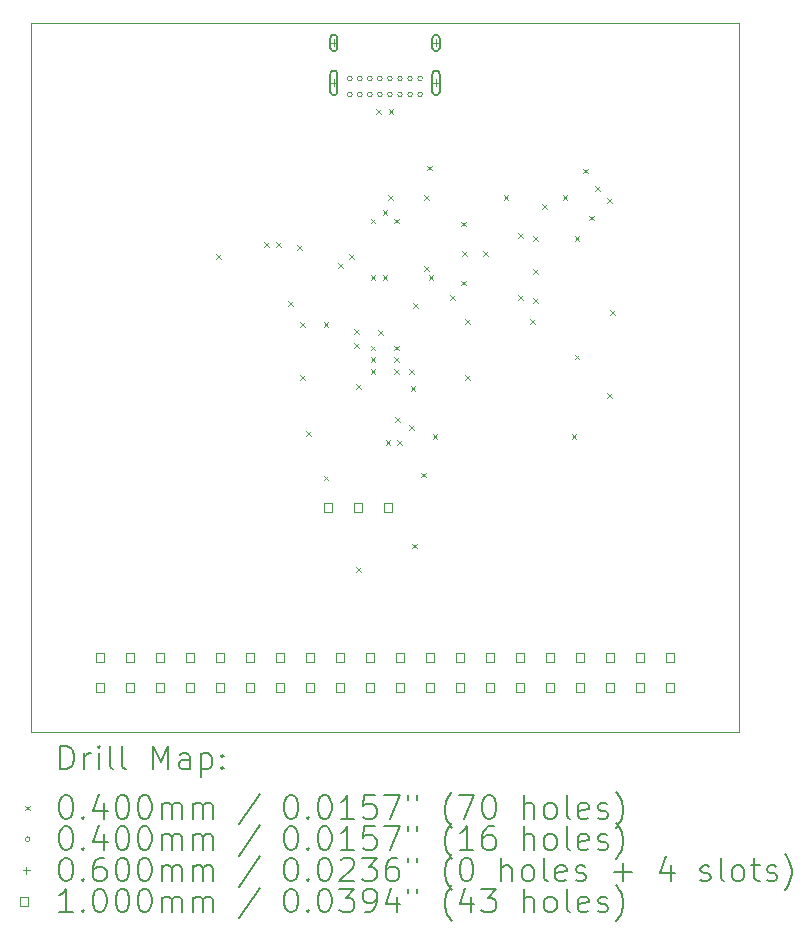
<source format=gbr>
%TF.GenerationSoftware,KiCad,Pcbnew,6.0.7+dfsg-1~bpo11+1*%
%TF.CreationDate,2022-08-19T21:34:26-04:00*%
%TF.ProjectId,iov-rp2040,696f762d-7270-4323-9034-302e6b696361,rev?*%
%TF.SameCoordinates,Original*%
%TF.FileFunction,Drillmap*%
%TF.FilePolarity,Positive*%
%FSLAX45Y45*%
G04 Gerber Fmt 4.5, Leading zero omitted, Abs format (unit mm)*
G04 Created by KiCad (PCBNEW 6.0.7+dfsg-1~bpo11+1) date 2022-08-19 21:34:26*
%MOMM*%
%LPD*%
G01*
G04 APERTURE LIST*
%ADD10C,0.100000*%
%ADD11C,0.200000*%
%ADD12C,0.040000*%
%ADD13C,0.060000*%
G04 APERTURE END LIST*
D10*
X12900000Y-9200000D02*
X18900000Y-9200000D01*
X18900000Y-9200000D02*
X18900000Y-15200000D01*
X18900000Y-15200000D02*
X12900000Y-15200000D01*
X12900000Y-15200000D02*
X12900000Y-9200000D01*
D11*
D12*
X14470000Y-11155000D02*
X14510000Y-11195000D01*
X14510000Y-11155000D02*
X14470000Y-11195000D01*
X14880000Y-11055000D02*
X14920000Y-11095000D01*
X14920000Y-11055000D02*
X14880000Y-11095000D01*
X14980000Y-11055000D02*
X15020000Y-11095000D01*
X15020000Y-11055000D02*
X14980000Y-11095000D01*
X15081000Y-11554000D02*
X15121000Y-11594000D01*
X15121000Y-11554000D02*
X15081000Y-11594000D01*
X15155000Y-11080000D02*
X15195000Y-11120000D01*
X15195000Y-11080000D02*
X15155000Y-11120000D01*
X15180000Y-11730000D02*
X15220000Y-11770000D01*
X15220000Y-11730000D02*
X15180000Y-11770000D01*
X15180000Y-12180000D02*
X15220000Y-12220000D01*
X15220000Y-12180000D02*
X15180000Y-12220000D01*
X15230000Y-12655000D02*
X15270000Y-12695000D01*
X15270000Y-12655000D02*
X15230000Y-12695000D01*
X15380000Y-11730000D02*
X15420000Y-11770000D01*
X15420000Y-11730000D02*
X15380000Y-11770000D01*
X15380000Y-13030000D02*
X15420000Y-13070000D01*
X15420000Y-13030000D02*
X15380000Y-13070000D01*
X15505000Y-11230000D02*
X15545000Y-11270000D01*
X15545000Y-11230000D02*
X15505000Y-11270000D01*
X15595050Y-11155000D02*
X15635050Y-11195000D01*
X15635050Y-11155000D02*
X15595050Y-11195000D01*
X15638795Y-11788468D02*
X15678795Y-11828468D01*
X15678795Y-11788468D02*
X15638795Y-11828468D01*
X15638902Y-11906619D02*
X15678902Y-11946619D01*
X15678902Y-11906619D02*
X15638902Y-11946619D01*
X15655000Y-12255000D02*
X15695000Y-12295000D01*
X15695000Y-12255000D02*
X15655000Y-12295000D01*
X15655000Y-13805000D02*
X15695000Y-13845000D01*
X15695000Y-13805000D02*
X15655000Y-13845000D01*
X15780000Y-10855000D02*
X15820000Y-10895000D01*
X15820000Y-10855000D02*
X15780000Y-10895000D01*
X15780000Y-11330000D02*
X15820000Y-11370000D01*
X15820000Y-11330000D02*
X15780000Y-11370000D01*
X15780000Y-11930000D02*
X15820000Y-11970000D01*
X15820000Y-11930000D02*
X15780000Y-11970000D01*
X15780000Y-12030000D02*
X15820000Y-12070000D01*
X15820000Y-12030000D02*
X15780000Y-12070000D01*
X15780000Y-12130000D02*
X15820000Y-12170000D01*
X15820000Y-12130000D02*
X15780000Y-12170000D01*
X15827500Y-9930000D02*
X15867500Y-9970000D01*
X15867500Y-9930000D02*
X15827500Y-9970000D01*
X15843997Y-11797979D02*
X15883997Y-11837979D01*
X15883997Y-11797979D02*
X15843997Y-11837979D01*
X15880000Y-10780000D02*
X15920000Y-10820000D01*
X15920000Y-10780000D02*
X15880000Y-10820000D01*
X15880000Y-11330000D02*
X15920000Y-11370000D01*
X15920000Y-11330000D02*
X15880000Y-11370000D01*
X15905000Y-12730000D02*
X15945000Y-12770000D01*
X15945000Y-12730000D02*
X15905000Y-12770000D01*
X15930000Y-10655000D02*
X15970000Y-10695000D01*
X15970000Y-10655000D02*
X15930000Y-10695000D01*
X15932500Y-9930000D02*
X15972500Y-9970000D01*
X15972500Y-9930000D02*
X15932500Y-9970000D01*
X15980000Y-10855000D02*
X16020000Y-10895000D01*
X16020000Y-10855000D02*
X15980000Y-10895000D01*
X15980000Y-11930000D02*
X16020000Y-11970000D01*
X16020000Y-11930000D02*
X15980000Y-11970000D01*
X15980000Y-12030000D02*
X16020000Y-12070000D01*
X16020000Y-12030000D02*
X15980000Y-12070000D01*
X15980000Y-12130000D02*
X16020000Y-12170000D01*
X16020000Y-12130000D02*
X15980000Y-12170000D01*
X15987507Y-12533687D02*
X16027507Y-12573687D01*
X16027507Y-12533687D02*
X15987507Y-12573687D01*
X16005000Y-12730000D02*
X16045000Y-12770000D01*
X16045000Y-12730000D02*
X16005000Y-12770000D01*
X16105000Y-12130000D02*
X16145000Y-12170000D01*
X16145000Y-12130000D02*
X16105000Y-12170000D01*
X16105000Y-12605000D02*
X16145000Y-12645000D01*
X16145000Y-12605000D02*
X16105000Y-12645000D01*
X16117576Y-12271279D02*
X16157576Y-12311279D01*
X16157576Y-12271279D02*
X16117576Y-12311279D01*
X16130000Y-13605000D02*
X16170000Y-13645000D01*
X16170000Y-13605000D02*
X16130000Y-13645000D01*
X16141046Y-11567672D02*
X16181046Y-11607672D01*
X16181046Y-11567672D02*
X16141046Y-11607672D01*
X16205000Y-13004950D02*
X16245000Y-13044950D01*
X16245000Y-13004950D02*
X16205000Y-13044950D01*
X16230000Y-10655000D02*
X16270000Y-10695000D01*
X16270000Y-10655000D02*
X16230000Y-10695000D01*
X16230000Y-11255000D02*
X16270000Y-11295000D01*
X16270000Y-11255000D02*
X16230000Y-11295000D01*
X16255000Y-10405000D02*
X16295000Y-10445000D01*
X16295000Y-10405000D02*
X16255000Y-10445000D01*
X16270000Y-11335000D02*
X16310000Y-11375000D01*
X16310000Y-11335000D02*
X16270000Y-11375000D01*
X16305000Y-12680000D02*
X16345000Y-12720000D01*
X16345000Y-12680000D02*
X16305000Y-12720000D01*
X16455000Y-11505000D02*
X16495000Y-11545000D01*
X16495000Y-11505000D02*
X16455000Y-11545000D01*
X16545000Y-10880000D02*
X16585000Y-10920000D01*
X16585000Y-10880000D02*
X16545000Y-10920000D01*
X16545000Y-11380000D02*
X16585000Y-11420000D01*
X16585000Y-11380000D02*
X16545000Y-11420000D01*
X16555000Y-11130000D02*
X16595000Y-11170000D01*
X16595000Y-11130000D02*
X16555000Y-11170000D01*
X16580000Y-11705000D02*
X16620000Y-11745000D01*
X16620000Y-11705000D02*
X16580000Y-11745000D01*
X16580000Y-12180000D02*
X16620000Y-12220000D01*
X16620000Y-12180000D02*
X16580000Y-12220000D01*
X16730000Y-11130000D02*
X16770000Y-11170000D01*
X16770000Y-11130000D02*
X16730000Y-11170000D01*
X16905000Y-10655000D02*
X16945000Y-10695000D01*
X16945000Y-10655000D02*
X16905000Y-10695000D01*
X17030000Y-10980000D02*
X17070000Y-11020000D01*
X17070000Y-10980000D02*
X17030000Y-11020000D01*
X17030000Y-11505000D02*
X17070000Y-11545000D01*
X17070000Y-11505000D02*
X17030000Y-11545000D01*
X17130000Y-11705000D02*
X17170000Y-11745000D01*
X17170000Y-11705000D02*
X17130000Y-11745000D01*
X17155000Y-11005000D02*
X17195000Y-11045000D01*
X17195000Y-11005000D02*
X17155000Y-11045000D01*
X17155000Y-11280000D02*
X17195000Y-11320000D01*
X17195000Y-11280000D02*
X17155000Y-11320000D01*
X17155000Y-11530000D02*
X17195000Y-11570000D01*
X17195000Y-11530000D02*
X17155000Y-11570000D01*
X17230000Y-10730000D02*
X17270000Y-10770000D01*
X17270000Y-10730000D02*
X17230000Y-10770000D01*
X17405000Y-10655000D02*
X17445000Y-10695000D01*
X17445000Y-10655000D02*
X17405000Y-10695000D01*
X17480000Y-12680000D02*
X17520000Y-12720000D01*
X17520000Y-12680000D02*
X17480000Y-12720000D01*
X17505000Y-11005000D02*
X17545000Y-11045000D01*
X17545000Y-11005000D02*
X17505000Y-11045000D01*
X17505000Y-12005000D02*
X17545000Y-12045000D01*
X17545000Y-12005000D02*
X17505000Y-12045000D01*
X17580000Y-10430000D02*
X17620000Y-10470000D01*
X17620000Y-10430000D02*
X17580000Y-10470000D01*
X17630000Y-10830000D02*
X17670000Y-10870000D01*
X17670000Y-10830000D02*
X17630000Y-10870000D01*
X17680000Y-10580000D02*
X17720000Y-10620000D01*
X17720000Y-10580000D02*
X17680000Y-10620000D01*
X17780000Y-10680000D02*
X17820000Y-10720000D01*
X17820000Y-10680000D02*
X17780000Y-10720000D01*
X17780000Y-12330000D02*
X17820000Y-12370000D01*
X17820000Y-12330000D02*
X17780000Y-12370000D01*
X17805000Y-11630000D02*
X17845000Y-11670000D01*
X17845000Y-11630000D02*
X17805000Y-11670000D01*
X15622500Y-9667500D02*
G75*
G03*
X15622500Y-9667500I-20000J0D01*
G01*
X15622500Y-9802500D02*
G75*
G03*
X15622500Y-9802500I-20000J0D01*
G01*
X15707500Y-9667500D02*
G75*
G03*
X15707500Y-9667500I-20000J0D01*
G01*
X15707500Y-9802500D02*
G75*
G03*
X15707500Y-9802500I-20000J0D01*
G01*
X15792500Y-9667500D02*
G75*
G03*
X15792500Y-9667500I-20000J0D01*
G01*
X15792500Y-9802500D02*
G75*
G03*
X15792500Y-9802500I-20000J0D01*
G01*
X15877500Y-9667500D02*
G75*
G03*
X15877500Y-9667500I-20000J0D01*
G01*
X15877500Y-9802500D02*
G75*
G03*
X15877500Y-9802500I-20000J0D01*
G01*
X15962500Y-9667500D02*
G75*
G03*
X15962500Y-9667500I-20000J0D01*
G01*
X15962500Y-9802500D02*
G75*
G03*
X15962500Y-9802500I-20000J0D01*
G01*
X16047500Y-9667500D02*
G75*
G03*
X16047500Y-9667500I-20000J0D01*
G01*
X16047500Y-9802500D02*
G75*
G03*
X16047500Y-9802500I-20000J0D01*
G01*
X16132500Y-9667500D02*
G75*
G03*
X16132500Y-9667500I-20000J0D01*
G01*
X16132500Y-9802500D02*
G75*
G03*
X16132500Y-9802500I-20000J0D01*
G01*
X16217500Y-9667500D02*
G75*
G03*
X16217500Y-9667500I-20000J0D01*
G01*
X16217500Y-9802500D02*
G75*
G03*
X16217500Y-9802500I-20000J0D01*
G01*
D13*
X15467500Y-9336500D02*
X15467500Y-9396500D01*
X15437500Y-9366500D02*
X15497500Y-9366500D01*
D11*
X15497500Y-9406500D02*
X15497500Y-9326500D01*
X15437500Y-9406500D02*
X15437500Y-9326500D01*
X15497500Y-9326500D02*
G75*
G03*
X15437500Y-9326500I-30000J0D01*
G01*
X15437500Y-9406500D02*
G75*
G03*
X15497500Y-9406500I30000J0D01*
G01*
D13*
X15467500Y-9674500D02*
X15467500Y-9734500D01*
X15437500Y-9704500D02*
X15497500Y-9704500D01*
D11*
X15497500Y-9779500D02*
X15497500Y-9629500D01*
X15437500Y-9779500D02*
X15437500Y-9629500D01*
X15497500Y-9629500D02*
G75*
G03*
X15437500Y-9629500I-30000J0D01*
G01*
X15437500Y-9779500D02*
G75*
G03*
X15497500Y-9779500I30000J0D01*
G01*
D13*
X16332500Y-9336500D02*
X16332500Y-9396500D01*
X16302500Y-9366500D02*
X16362500Y-9366500D01*
D11*
X16362500Y-9406500D02*
X16362500Y-9326500D01*
X16302500Y-9406500D02*
X16302500Y-9326500D01*
X16362500Y-9326500D02*
G75*
G03*
X16302500Y-9326500I-30000J0D01*
G01*
X16302500Y-9406500D02*
G75*
G03*
X16362500Y-9406500I30000J0D01*
G01*
D13*
X16332500Y-9674500D02*
X16332500Y-9734500D01*
X16302500Y-9704500D02*
X16362500Y-9704500D01*
D11*
X16362500Y-9779500D02*
X16362500Y-9629500D01*
X16302500Y-9779500D02*
X16302500Y-9629500D01*
X16362500Y-9629500D02*
G75*
G03*
X16302500Y-9629500I-30000J0D01*
G01*
X16302500Y-9779500D02*
G75*
G03*
X16362500Y-9779500I30000J0D01*
G01*
D10*
X13522356Y-14606606D02*
X13522356Y-14535894D01*
X13451644Y-14535894D01*
X13451644Y-14606606D01*
X13522356Y-14606606D01*
X13522356Y-14860606D02*
X13522356Y-14789894D01*
X13451644Y-14789894D01*
X13451644Y-14860606D01*
X13522356Y-14860606D01*
X13776356Y-14606606D02*
X13776356Y-14535894D01*
X13705644Y-14535894D01*
X13705644Y-14606606D01*
X13776356Y-14606606D01*
X13776356Y-14860606D02*
X13776356Y-14789894D01*
X13705644Y-14789894D01*
X13705644Y-14860606D01*
X13776356Y-14860606D01*
X14030356Y-14606606D02*
X14030356Y-14535894D01*
X13959644Y-14535894D01*
X13959644Y-14606606D01*
X14030356Y-14606606D01*
X14030356Y-14860606D02*
X14030356Y-14789894D01*
X13959644Y-14789894D01*
X13959644Y-14860606D01*
X14030356Y-14860606D01*
X14284356Y-14606606D02*
X14284356Y-14535894D01*
X14213644Y-14535894D01*
X14213644Y-14606606D01*
X14284356Y-14606606D01*
X14284356Y-14860606D02*
X14284356Y-14789894D01*
X14213644Y-14789894D01*
X14213644Y-14860606D01*
X14284356Y-14860606D01*
X14538356Y-14606606D02*
X14538356Y-14535894D01*
X14467644Y-14535894D01*
X14467644Y-14606606D01*
X14538356Y-14606606D01*
X14538356Y-14860606D02*
X14538356Y-14789894D01*
X14467644Y-14789894D01*
X14467644Y-14860606D01*
X14538356Y-14860606D01*
X14792356Y-14606606D02*
X14792356Y-14535894D01*
X14721644Y-14535894D01*
X14721644Y-14606606D01*
X14792356Y-14606606D01*
X14792356Y-14860606D02*
X14792356Y-14789894D01*
X14721644Y-14789894D01*
X14721644Y-14860606D01*
X14792356Y-14860606D01*
X15046356Y-14606606D02*
X15046356Y-14535894D01*
X14975644Y-14535894D01*
X14975644Y-14606606D01*
X15046356Y-14606606D01*
X15046356Y-14860606D02*
X15046356Y-14789894D01*
X14975644Y-14789894D01*
X14975644Y-14860606D01*
X15046356Y-14860606D01*
X15300356Y-14606606D02*
X15300356Y-14535894D01*
X15229644Y-14535894D01*
X15229644Y-14606606D01*
X15300356Y-14606606D01*
X15300356Y-14860606D02*
X15300356Y-14789894D01*
X15229644Y-14789894D01*
X15229644Y-14860606D01*
X15300356Y-14860606D01*
X15454856Y-13335356D02*
X15454856Y-13264644D01*
X15384144Y-13264644D01*
X15384144Y-13335356D01*
X15454856Y-13335356D01*
X15554356Y-14606606D02*
X15554356Y-14535894D01*
X15483644Y-14535894D01*
X15483644Y-14606606D01*
X15554356Y-14606606D01*
X15554356Y-14860606D02*
X15554356Y-14789894D01*
X15483644Y-14789894D01*
X15483644Y-14860606D01*
X15554356Y-14860606D01*
X15708856Y-13335356D02*
X15708856Y-13264644D01*
X15638144Y-13264644D01*
X15638144Y-13335356D01*
X15708856Y-13335356D01*
X15808356Y-14606606D02*
X15808356Y-14535894D01*
X15737644Y-14535894D01*
X15737644Y-14606606D01*
X15808356Y-14606606D01*
X15808356Y-14860606D02*
X15808356Y-14789894D01*
X15737644Y-14789894D01*
X15737644Y-14860606D01*
X15808356Y-14860606D01*
X15962856Y-13335356D02*
X15962856Y-13264644D01*
X15892144Y-13264644D01*
X15892144Y-13335356D01*
X15962856Y-13335356D01*
X16062356Y-14606606D02*
X16062356Y-14535894D01*
X15991644Y-14535894D01*
X15991644Y-14606606D01*
X16062356Y-14606606D01*
X16062356Y-14860606D02*
X16062356Y-14789894D01*
X15991644Y-14789894D01*
X15991644Y-14860606D01*
X16062356Y-14860606D01*
X16316356Y-14606606D02*
X16316356Y-14535894D01*
X16245644Y-14535894D01*
X16245644Y-14606606D01*
X16316356Y-14606606D01*
X16316356Y-14860606D02*
X16316356Y-14789894D01*
X16245644Y-14789894D01*
X16245644Y-14860606D01*
X16316356Y-14860606D01*
X16570356Y-14606606D02*
X16570356Y-14535894D01*
X16499644Y-14535894D01*
X16499644Y-14606606D01*
X16570356Y-14606606D01*
X16570356Y-14860606D02*
X16570356Y-14789894D01*
X16499644Y-14789894D01*
X16499644Y-14860606D01*
X16570356Y-14860606D01*
X16824356Y-14606606D02*
X16824356Y-14535894D01*
X16753644Y-14535894D01*
X16753644Y-14606606D01*
X16824356Y-14606606D01*
X16824356Y-14860606D02*
X16824356Y-14789894D01*
X16753644Y-14789894D01*
X16753644Y-14860606D01*
X16824356Y-14860606D01*
X17078356Y-14606606D02*
X17078356Y-14535894D01*
X17007644Y-14535894D01*
X17007644Y-14606606D01*
X17078356Y-14606606D01*
X17078356Y-14860606D02*
X17078356Y-14789894D01*
X17007644Y-14789894D01*
X17007644Y-14860606D01*
X17078356Y-14860606D01*
X17332356Y-14606606D02*
X17332356Y-14535894D01*
X17261644Y-14535894D01*
X17261644Y-14606606D01*
X17332356Y-14606606D01*
X17332356Y-14860606D02*
X17332356Y-14789894D01*
X17261644Y-14789894D01*
X17261644Y-14860606D01*
X17332356Y-14860606D01*
X17586356Y-14606606D02*
X17586356Y-14535894D01*
X17515644Y-14535894D01*
X17515644Y-14606606D01*
X17586356Y-14606606D01*
X17586356Y-14860606D02*
X17586356Y-14789894D01*
X17515644Y-14789894D01*
X17515644Y-14860606D01*
X17586356Y-14860606D01*
X17840356Y-14606606D02*
X17840356Y-14535894D01*
X17769644Y-14535894D01*
X17769644Y-14606606D01*
X17840356Y-14606606D01*
X17840356Y-14860606D02*
X17840356Y-14789894D01*
X17769644Y-14789894D01*
X17769644Y-14860606D01*
X17840356Y-14860606D01*
X18094356Y-14606606D02*
X18094356Y-14535894D01*
X18023644Y-14535894D01*
X18023644Y-14606606D01*
X18094356Y-14606606D01*
X18094356Y-14860606D02*
X18094356Y-14789894D01*
X18023644Y-14789894D01*
X18023644Y-14860606D01*
X18094356Y-14860606D01*
X18348356Y-14606606D02*
X18348356Y-14535894D01*
X18277644Y-14535894D01*
X18277644Y-14606606D01*
X18348356Y-14606606D01*
X18348356Y-14860606D02*
X18348356Y-14789894D01*
X18277644Y-14789894D01*
X18277644Y-14860606D01*
X18348356Y-14860606D01*
D11*
X13152619Y-15515476D02*
X13152619Y-15315476D01*
X13200238Y-15315476D01*
X13228809Y-15325000D01*
X13247857Y-15344048D01*
X13257381Y-15363095D01*
X13266905Y-15401190D01*
X13266905Y-15429762D01*
X13257381Y-15467857D01*
X13247857Y-15486905D01*
X13228809Y-15505952D01*
X13200238Y-15515476D01*
X13152619Y-15515476D01*
X13352619Y-15515476D02*
X13352619Y-15382143D01*
X13352619Y-15420238D02*
X13362143Y-15401190D01*
X13371667Y-15391667D01*
X13390714Y-15382143D01*
X13409762Y-15382143D01*
X13476428Y-15515476D02*
X13476428Y-15382143D01*
X13476428Y-15315476D02*
X13466905Y-15325000D01*
X13476428Y-15334524D01*
X13485952Y-15325000D01*
X13476428Y-15315476D01*
X13476428Y-15334524D01*
X13600238Y-15515476D02*
X13581190Y-15505952D01*
X13571667Y-15486905D01*
X13571667Y-15315476D01*
X13705000Y-15515476D02*
X13685952Y-15505952D01*
X13676428Y-15486905D01*
X13676428Y-15315476D01*
X13933571Y-15515476D02*
X13933571Y-15315476D01*
X14000238Y-15458333D01*
X14066905Y-15315476D01*
X14066905Y-15515476D01*
X14247857Y-15515476D02*
X14247857Y-15410714D01*
X14238333Y-15391667D01*
X14219286Y-15382143D01*
X14181190Y-15382143D01*
X14162143Y-15391667D01*
X14247857Y-15505952D02*
X14228809Y-15515476D01*
X14181190Y-15515476D01*
X14162143Y-15505952D01*
X14152619Y-15486905D01*
X14152619Y-15467857D01*
X14162143Y-15448809D01*
X14181190Y-15439286D01*
X14228809Y-15439286D01*
X14247857Y-15429762D01*
X14343095Y-15382143D02*
X14343095Y-15582143D01*
X14343095Y-15391667D02*
X14362143Y-15382143D01*
X14400238Y-15382143D01*
X14419286Y-15391667D01*
X14428809Y-15401190D01*
X14438333Y-15420238D01*
X14438333Y-15477381D01*
X14428809Y-15496428D01*
X14419286Y-15505952D01*
X14400238Y-15515476D01*
X14362143Y-15515476D01*
X14343095Y-15505952D01*
X14524048Y-15496428D02*
X14533571Y-15505952D01*
X14524048Y-15515476D01*
X14514524Y-15505952D01*
X14524048Y-15496428D01*
X14524048Y-15515476D01*
X14524048Y-15391667D02*
X14533571Y-15401190D01*
X14524048Y-15410714D01*
X14514524Y-15401190D01*
X14524048Y-15391667D01*
X14524048Y-15410714D01*
D12*
X12855000Y-15825000D02*
X12895000Y-15865000D01*
X12895000Y-15825000D02*
X12855000Y-15865000D01*
D11*
X13190714Y-15735476D02*
X13209762Y-15735476D01*
X13228809Y-15745000D01*
X13238333Y-15754524D01*
X13247857Y-15773571D01*
X13257381Y-15811667D01*
X13257381Y-15859286D01*
X13247857Y-15897381D01*
X13238333Y-15916428D01*
X13228809Y-15925952D01*
X13209762Y-15935476D01*
X13190714Y-15935476D01*
X13171667Y-15925952D01*
X13162143Y-15916428D01*
X13152619Y-15897381D01*
X13143095Y-15859286D01*
X13143095Y-15811667D01*
X13152619Y-15773571D01*
X13162143Y-15754524D01*
X13171667Y-15745000D01*
X13190714Y-15735476D01*
X13343095Y-15916428D02*
X13352619Y-15925952D01*
X13343095Y-15935476D01*
X13333571Y-15925952D01*
X13343095Y-15916428D01*
X13343095Y-15935476D01*
X13524048Y-15802143D02*
X13524048Y-15935476D01*
X13476428Y-15725952D02*
X13428809Y-15868809D01*
X13552619Y-15868809D01*
X13666905Y-15735476D02*
X13685952Y-15735476D01*
X13705000Y-15745000D01*
X13714524Y-15754524D01*
X13724048Y-15773571D01*
X13733571Y-15811667D01*
X13733571Y-15859286D01*
X13724048Y-15897381D01*
X13714524Y-15916428D01*
X13705000Y-15925952D01*
X13685952Y-15935476D01*
X13666905Y-15935476D01*
X13647857Y-15925952D01*
X13638333Y-15916428D01*
X13628809Y-15897381D01*
X13619286Y-15859286D01*
X13619286Y-15811667D01*
X13628809Y-15773571D01*
X13638333Y-15754524D01*
X13647857Y-15745000D01*
X13666905Y-15735476D01*
X13857381Y-15735476D02*
X13876428Y-15735476D01*
X13895476Y-15745000D01*
X13905000Y-15754524D01*
X13914524Y-15773571D01*
X13924048Y-15811667D01*
X13924048Y-15859286D01*
X13914524Y-15897381D01*
X13905000Y-15916428D01*
X13895476Y-15925952D01*
X13876428Y-15935476D01*
X13857381Y-15935476D01*
X13838333Y-15925952D01*
X13828809Y-15916428D01*
X13819286Y-15897381D01*
X13809762Y-15859286D01*
X13809762Y-15811667D01*
X13819286Y-15773571D01*
X13828809Y-15754524D01*
X13838333Y-15745000D01*
X13857381Y-15735476D01*
X14009762Y-15935476D02*
X14009762Y-15802143D01*
X14009762Y-15821190D02*
X14019286Y-15811667D01*
X14038333Y-15802143D01*
X14066905Y-15802143D01*
X14085952Y-15811667D01*
X14095476Y-15830714D01*
X14095476Y-15935476D01*
X14095476Y-15830714D02*
X14105000Y-15811667D01*
X14124048Y-15802143D01*
X14152619Y-15802143D01*
X14171667Y-15811667D01*
X14181190Y-15830714D01*
X14181190Y-15935476D01*
X14276428Y-15935476D02*
X14276428Y-15802143D01*
X14276428Y-15821190D02*
X14285952Y-15811667D01*
X14305000Y-15802143D01*
X14333571Y-15802143D01*
X14352619Y-15811667D01*
X14362143Y-15830714D01*
X14362143Y-15935476D01*
X14362143Y-15830714D02*
X14371667Y-15811667D01*
X14390714Y-15802143D01*
X14419286Y-15802143D01*
X14438333Y-15811667D01*
X14447857Y-15830714D01*
X14447857Y-15935476D01*
X14838333Y-15725952D02*
X14666905Y-15983095D01*
X15095476Y-15735476D02*
X15114524Y-15735476D01*
X15133571Y-15745000D01*
X15143095Y-15754524D01*
X15152619Y-15773571D01*
X15162143Y-15811667D01*
X15162143Y-15859286D01*
X15152619Y-15897381D01*
X15143095Y-15916428D01*
X15133571Y-15925952D01*
X15114524Y-15935476D01*
X15095476Y-15935476D01*
X15076428Y-15925952D01*
X15066905Y-15916428D01*
X15057381Y-15897381D01*
X15047857Y-15859286D01*
X15047857Y-15811667D01*
X15057381Y-15773571D01*
X15066905Y-15754524D01*
X15076428Y-15745000D01*
X15095476Y-15735476D01*
X15247857Y-15916428D02*
X15257381Y-15925952D01*
X15247857Y-15935476D01*
X15238333Y-15925952D01*
X15247857Y-15916428D01*
X15247857Y-15935476D01*
X15381190Y-15735476D02*
X15400238Y-15735476D01*
X15419286Y-15745000D01*
X15428809Y-15754524D01*
X15438333Y-15773571D01*
X15447857Y-15811667D01*
X15447857Y-15859286D01*
X15438333Y-15897381D01*
X15428809Y-15916428D01*
X15419286Y-15925952D01*
X15400238Y-15935476D01*
X15381190Y-15935476D01*
X15362143Y-15925952D01*
X15352619Y-15916428D01*
X15343095Y-15897381D01*
X15333571Y-15859286D01*
X15333571Y-15811667D01*
X15343095Y-15773571D01*
X15352619Y-15754524D01*
X15362143Y-15745000D01*
X15381190Y-15735476D01*
X15638333Y-15935476D02*
X15524048Y-15935476D01*
X15581190Y-15935476D02*
X15581190Y-15735476D01*
X15562143Y-15764048D01*
X15543095Y-15783095D01*
X15524048Y-15792619D01*
X15819286Y-15735476D02*
X15724048Y-15735476D01*
X15714524Y-15830714D01*
X15724048Y-15821190D01*
X15743095Y-15811667D01*
X15790714Y-15811667D01*
X15809762Y-15821190D01*
X15819286Y-15830714D01*
X15828809Y-15849762D01*
X15828809Y-15897381D01*
X15819286Y-15916428D01*
X15809762Y-15925952D01*
X15790714Y-15935476D01*
X15743095Y-15935476D01*
X15724048Y-15925952D01*
X15714524Y-15916428D01*
X15895476Y-15735476D02*
X16028809Y-15735476D01*
X15943095Y-15935476D01*
X16095476Y-15735476D02*
X16095476Y-15773571D01*
X16171667Y-15735476D02*
X16171667Y-15773571D01*
X16466905Y-16011667D02*
X16457381Y-16002143D01*
X16438333Y-15973571D01*
X16428809Y-15954524D01*
X16419286Y-15925952D01*
X16409762Y-15878333D01*
X16409762Y-15840238D01*
X16419286Y-15792619D01*
X16428809Y-15764048D01*
X16438333Y-15745000D01*
X16457381Y-15716428D01*
X16466905Y-15706905D01*
X16524048Y-15735476D02*
X16657381Y-15735476D01*
X16571667Y-15935476D01*
X16771667Y-15735476D02*
X16790714Y-15735476D01*
X16809762Y-15745000D01*
X16819286Y-15754524D01*
X16828810Y-15773571D01*
X16838333Y-15811667D01*
X16838333Y-15859286D01*
X16828810Y-15897381D01*
X16819286Y-15916428D01*
X16809762Y-15925952D01*
X16790714Y-15935476D01*
X16771667Y-15935476D01*
X16752619Y-15925952D01*
X16743095Y-15916428D01*
X16733571Y-15897381D01*
X16724048Y-15859286D01*
X16724048Y-15811667D01*
X16733571Y-15773571D01*
X16743095Y-15754524D01*
X16752619Y-15745000D01*
X16771667Y-15735476D01*
X17076429Y-15935476D02*
X17076429Y-15735476D01*
X17162143Y-15935476D02*
X17162143Y-15830714D01*
X17152619Y-15811667D01*
X17133571Y-15802143D01*
X17105000Y-15802143D01*
X17085952Y-15811667D01*
X17076429Y-15821190D01*
X17285952Y-15935476D02*
X17266905Y-15925952D01*
X17257381Y-15916428D01*
X17247857Y-15897381D01*
X17247857Y-15840238D01*
X17257381Y-15821190D01*
X17266905Y-15811667D01*
X17285952Y-15802143D01*
X17314524Y-15802143D01*
X17333571Y-15811667D01*
X17343095Y-15821190D01*
X17352619Y-15840238D01*
X17352619Y-15897381D01*
X17343095Y-15916428D01*
X17333571Y-15925952D01*
X17314524Y-15935476D01*
X17285952Y-15935476D01*
X17466905Y-15935476D02*
X17447857Y-15925952D01*
X17438333Y-15906905D01*
X17438333Y-15735476D01*
X17619286Y-15925952D02*
X17600238Y-15935476D01*
X17562143Y-15935476D01*
X17543095Y-15925952D01*
X17533571Y-15906905D01*
X17533571Y-15830714D01*
X17543095Y-15811667D01*
X17562143Y-15802143D01*
X17600238Y-15802143D01*
X17619286Y-15811667D01*
X17628810Y-15830714D01*
X17628810Y-15849762D01*
X17533571Y-15868809D01*
X17705000Y-15925952D02*
X17724048Y-15935476D01*
X17762143Y-15935476D01*
X17781190Y-15925952D01*
X17790714Y-15906905D01*
X17790714Y-15897381D01*
X17781190Y-15878333D01*
X17762143Y-15868809D01*
X17733571Y-15868809D01*
X17714524Y-15859286D01*
X17705000Y-15840238D01*
X17705000Y-15830714D01*
X17714524Y-15811667D01*
X17733571Y-15802143D01*
X17762143Y-15802143D01*
X17781190Y-15811667D01*
X17857381Y-16011667D02*
X17866905Y-16002143D01*
X17885952Y-15973571D01*
X17895476Y-15954524D01*
X17905000Y-15925952D01*
X17914524Y-15878333D01*
X17914524Y-15840238D01*
X17905000Y-15792619D01*
X17895476Y-15764048D01*
X17885952Y-15745000D01*
X17866905Y-15716428D01*
X17857381Y-15706905D01*
D12*
X12895000Y-16109000D02*
G75*
G03*
X12895000Y-16109000I-20000J0D01*
G01*
D11*
X13190714Y-15999476D02*
X13209762Y-15999476D01*
X13228809Y-16009000D01*
X13238333Y-16018524D01*
X13247857Y-16037571D01*
X13257381Y-16075667D01*
X13257381Y-16123286D01*
X13247857Y-16161381D01*
X13238333Y-16180428D01*
X13228809Y-16189952D01*
X13209762Y-16199476D01*
X13190714Y-16199476D01*
X13171667Y-16189952D01*
X13162143Y-16180428D01*
X13152619Y-16161381D01*
X13143095Y-16123286D01*
X13143095Y-16075667D01*
X13152619Y-16037571D01*
X13162143Y-16018524D01*
X13171667Y-16009000D01*
X13190714Y-15999476D01*
X13343095Y-16180428D02*
X13352619Y-16189952D01*
X13343095Y-16199476D01*
X13333571Y-16189952D01*
X13343095Y-16180428D01*
X13343095Y-16199476D01*
X13524048Y-16066143D02*
X13524048Y-16199476D01*
X13476428Y-15989952D02*
X13428809Y-16132809D01*
X13552619Y-16132809D01*
X13666905Y-15999476D02*
X13685952Y-15999476D01*
X13705000Y-16009000D01*
X13714524Y-16018524D01*
X13724048Y-16037571D01*
X13733571Y-16075667D01*
X13733571Y-16123286D01*
X13724048Y-16161381D01*
X13714524Y-16180428D01*
X13705000Y-16189952D01*
X13685952Y-16199476D01*
X13666905Y-16199476D01*
X13647857Y-16189952D01*
X13638333Y-16180428D01*
X13628809Y-16161381D01*
X13619286Y-16123286D01*
X13619286Y-16075667D01*
X13628809Y-16037571D01*
X13638333Y-16018524D01*
X13647857Y-16009000D01*
X13666905Y-15999476D01*
X13857381Y-15999476D02*
X13876428Y-15999476D01*
X13895476Y-16009000D01*
X13905000Y-16018524D01*
X13914524Y-16037571D01*
X13924048Y-16075667D01*
X13924048Y-16123286D01*
X13914524Y-16161381D01*
X13905000Y-16180428D01*
X13895476Y-16189952D01*
X13876428Y-16199476D01*
X13857381Y-16199476D01*
X13838333Y-16189952D01*
X13828809Y-16180428D01*
X13819286Y-16161381D01*
X13809762Y-16123286D01*
X13809762Y-16075667D01*
X13819286Y-16037571D01*
X13828809Y-16018524D01*
X13838333Y-16009000D01*
X13857381Y-15999476D01*
X14009762Y-16199476D02*
X14009762Y-16066143D01*
X14009762Y-16085190D02*
X14019286Y-16075667D01*
X14038333Y-16066143D01*
X14066905Y-16066143D01*
X14085952Y-16075667D01*
X14095476Y-16094714D01*
X14095476Y-16199476D01*
X14095476Y-16094714D02*
X14105000Y-16075667D01*
X14124048Y-16066143D01*
X14152619Y-16066143D01*
X14171667Y-16075667D01*
X14181190Y-16094714D01*
X14181190Y-16199476D01*
X14276428Y-16199476D02*
X14276428Y-16066143D01*
X14276428Y-16085190D02*
X14285952Y-16075667D01*
X14305000Y-16066143D01*
X14333571Y-16066143D01*
X14352619Y-16075667D01*
X14362143Y-16094714D01*
X14362143Y-16199476D01*
X14362143Y-16094714D02*
X14371667Y-16075667D01*
X14390714Y-16066143D01*
X14419286Y-16066143D01*
X14438333Y-16075667D01*
X14447857Y-16094714D01*
X14447857Y-16199476D01*
X14838333Y-15989952D02*
X14666905Y-16247095D01*
X15095476Y-15999476D02*
X15114524Y-15999476D01*
X15133571Y-16009000D01*
X15143095Y-16018524D01*
X15152619Y-16037571D01*
X15162143Y-16075667D01*
X15162143Y-16123286D01*
X15152619Y-16161381D01*
X15143095Y-16180428D01*
X15133571Y-16189952D01*
X15114524Y-16199476D01*
X15095476Y-16199476D01*
X15076428Y-16189952D01*
X15066905Y-16180428D01*
X15057381Y-16161381D01*
X15047857Y-16123286D01*
X15047857Y-16075667D01*
X15057381Y-16037571D01*
X15066905Y-16018524D01*
X15076428Y-16009000D01*
X15095476Y-15999476D01*
X15247857Y-16180428D02*
X15257381Y-16189952D01*
X15247857Y-16199476D01*
X15238333Y-16189952D01*
X15247857Y-16180428D01*
X15247857Y-16199476D01*
X15381190Y-15999476D02*
X15400238Y-15999476D01*
X15419286Y-16009000D01*
X15428809Y-16018524D01*
X15438333Y-16037571D01*
X15447857Y-16075667D01*
X15447857Y-16123286D01*
X15438333Y-16161381D01*
X15428809Y-16180428D01*
X15419286Y-16189952D01*
X15400238Y-16199476D01*
X15381190Y-16199476D01*
X15362143Y-16189952D01*
X15352619Y-16180428D01*
X15343095Y-16161381D01*
X15333571Y-16123286D01*
X15333571Y-16075667D01*
X15343095Y-16037571D01*
X15352619Y-16018524D01*
X15362143Y-16009000D01*
X15381190Y-15999476D01*
X15638333Y-16199476D02*
X15524048Y-16199476D01*
X15581190Y-16199476D02*
X15581190Y-15999476D01*
X15562143Y-16028048D01*
X15543095Y-16047095D01*
X15524048Y-16056619D01*
X15819286Y-15999476D02*
X15724048Y-15999476D01*
X15714524Y-16094714D01*
X15724048Y-16085190D01*
X15743095Y-16075667D01*
X15790714Y-16075667D01*
X15809762Y-16085190D01*
X15819286Y-16094714D01*
X15828809Y-16113762D01*
X15828809Y-16161381D01*
X15819286Y-16180428D01*
X15809762Y-16189952D01*
X15790714Y-16199476D01*
X15743095Y-16199476D01*
X15724048Y-16189952D01*
X15714524Y-16180428D01*
X15895476Y-15999476D02*
X16028809Y-15999476D01*
X15943095Y-16199476D01*
X16095476Y-15999476D02*
X16095476Y-16037571D01*
X16171667Y-15999476D02*
X16171667Y-16037571D01*
X16466905Y-16275667D02*
X16457381Y-16266143D01*
X16438333Y-16237571D01*
X16428809Y-16218524D01*
X16419286Y-16189952D01*
X16409762Y-16142333D01*
X16409762Y-16104238D01*
X16419286Y-16056619D01*
X16428809Y-16028048D01*
X16438333Y-16009000D01*
X16457381Y-15980428D01*
X16466905Y-15970905D01*
X16647857Y-16199476D02*
X16533571Y-16199476D01*
X16590714Y-16199476D02*
X16590714Y-15999476D01*
X16571667Y-16028048D01*
X16552619Y-16047095D01*
X16533571Y-16056619D01*
X16819286Y-15999476D02*
X16781190Y-15999476D01*
X16762143Y-16009000D01*
X16752619Y-16018524D01*
X16733571Y-16047095D01*
X16724048Y-16085190D01*
X16724048Y-16161381D01*
X16733571Y-16180428D01*
X16743095Y-16189952D01*
X16762143Y-16199476D01*
X16800238Y-16199476D01*
X16819286Y-16189952D01*
X16828810Y-16180428D01*
X16838333Y-16161381D01*
X16838333Y-16113762D01*
X16828810Y-16094714D01*
X16819286Y-16085190D01*
X16800238Y-16075667D01*
X16762143Y-16075667D01*
X16743095Y-16085190D01*
X16733571Y-16094714D01*
X16724048Y-16113762D01*
X17076429Y-16199476D02*
X17076429Y-15999476D01*
X17162143Y-16199476D02*
X17162143Y-16094714D01*
X17152619Y-16075667D01*
X17133571Y-16066143D01*
X17105000Y-16066143D01*
X17085952Y-16075667D01*
X17076429Y-16085190D01*
X17285952Y-16199476D02*
X17266905Y-16189952D01*
X17257381Y-16180428D01*
X17247857Y-16161381D01*
X17247857Y-16104238D01*
X17257381Y-16085190D01*
X17266905Y-16075667D01*
X17285952Y-16066143D01*
X17314524Y-16066143D01*
X17333571Y-16075667D01*
X17343095Y-16085190D01*
X17352619Y-16104238D01*
X17352619Y-16161381D01*
X17343095Y-16180428D01*
X17333571Y-16189952D01*
X17314524Y-16199476D01*
X17285952Y-16199476D01*
X17466905Y-16199476D02*
X17447857Y-16189952D01*
X17438333Y-16170905D01*
X17438333Y-15999476D01*
X17619286Y-16189952D02*
X17600238Y-16199476D01*
X17562143Y-16199476D01*
X17543095Y-16189952D01*
X17533571Y-16170905D01*
X17533571Y-16094714D01*
X17543095Y-16075667D01*
X17562143Y-16066143D01*
X17600238Y-16066143D01*
X17619286Y-16075667D01*
X17628810Y-16094714D01*
X17628810Y-16113762D01*
X17533571Y-16132809D01*
X17705000Y-16189952D02*
X17724048Y-16199476D01*
X17762143Y-16199476D01*
X17781190Y-16189952D01*
X17790714Y-16170905D01*
X17790714Y-16161381D01*
X17781190Y-16142333D01*
X17762143Y-16132809D01*
X17733571Y-16132809D01*
X17714524Y-16123286D01*
X17705000Y-16104238D01*
X17705000Y-16094714D01*
X17714524Y-16075667D01*
X17733571Y-16066143D01*
X17762143Y-16066143D01*
X17781190Y-16075667D01*
X17857381Y-16275667D02*
X17866905Y-16266143D01*
X17885952Y-16237571D01*
X17895476Y-16218524D01*
X17905000Y-16189952D01*
X17914524Y-16142333D01*
X17914524Y-16104238D01*
X17905000Y-16056619D01*
X17895476Y-16028048D01*
X17885952Y-16009000D01*
X17866905Y-15980428D01*
X17857381Y-15970905D01*
D13*
X12865000Y-16343000D02*
X12865000Y-16403000D01*
X12835000Y-16373000D02*
X12895000Y-16373000D01*
D11*
X13190714Y-16263476D02*
X13209762Y-16263476D01*
X13228809Y-16273000D01*
X13238333Y-16282524D01*
X13247857Y-16301571D01*
X13257381Y-16339667D01*
X13257381Y-16387286D01*
X13247857Y-16425381D01*
X13238333Y-16444428D01*
X13228809Y-16453952D01*
X13209762Y-16463476D01*
X13190714Y-16463476D01*
X13171667Y-16453952D01*
X13162143Y-16444428D01*
X13152619Y-16425381D01*
X13143095Y-16387286D01*
X13143095Y-16339667D01*
X13152619Y-16301571D01*
X13162143Y-16282524D01*
X13171667Y-16273000D01*
X13190714Y-16263476D01*
X13343095Y-16444428D02*
X13352619Y-16453952D01*
X13343095Y-16463476D01*
X13333571Y-16453952D01*
X13343095Y-16444428D01*
X13343095Y-16463476D01*
X13524048Y-16263476D02*
X13485952Y-16263476D01*
X13466905Y-16273000D01*
X13457381Y-16282524D01*
X13438333Y-16311095D01*
X13428809Y-16349190D01*
X13428809Y-16425381D01*
X13438333Y-16444428D01*
X13447857Y-16453952D01*
X13466905Y-16463476D01*
X13505000Y-16463476D01*
X13524048Y-16453952D01*
X13533571Y-16444428D01*
X13543095Y-16425381D01*
X13543095Y-16377762D01*
X13533571Y-16358714D01*
X13524048Y-16349190D01*
X13505000Y-16339667D01*
X13466905Y-16339667D01*
X13447857Y-16349190D01*
X13438333Y-16358714D01*
X13428809Y-16377762D01*
X13666905Y-16263476D02*
X13685952Y-16263476D01*
X13705000Y-16273000D01*
X13714524Y-16282524D01*
X13724048Y-16301571D01*
X13733571Y-16339667D01*
X13733571Y-16387286D01*
X13724048Y-16425381D01*
X13714524Y-16444428D01*
X13705000Y-16453952D01*
X13685952Y-16463476D01*
X13666905Y-16463476D01*
X13647857Y-16453952D01*
X13638333Y-16444428D01*
X13628809Y-16425381D01*
X13619286Y-16387286D01*
X13619286Y-16339667D01*
X13628809Y-16301571D01*
X13638333Y-16282524D01*
X13647857Y-16273000D01*
X13666905Y-16263476D01*
X13857381Y-16263476D02*
X13876428Y-16263476D01*
X13895476Y-16273000D01*
X13905000Y-16282524D01*
X13914524Y-16301571D01*
X13924048Y-16339667D01*
X13924048Y-16387286D01*
X13914524Y-16425381D01*
X13905000Y-16444428D01*
X13895476Y-16453952D01*
X13876428Y-16463476D01*
X13857381Y-16463476D01*
X13838333Y-16453952D01*
X13828809Y-16444428D01*
X13819286Y-16425381D01*
X13809762Y-16387286D01*
X13809762Y-16339667D01*
X13819286Y-16301571D01*
X13828809Y-16282524D01*
X13838333Y-16273000D01*
X13857381Y-16263476D01*
X14009762Y-16463476D02*
X14009762Y-16330143D01*
X14009762Y-16349190D02*
X14019286Y-16339667D01*
X14038333Y-16330143D01*
X14066905Y-16330143D01*
X14085952Y-16339667D01*
X14095476Y-16358714D01*
X14095476Y-16463476D01*
X14095476Y-16358714D02*
X14105000Y-16339667D01*
X14124048Y-16330143D01*
X14152619Y-16330143D01*
X14171667Y-16339667D01*
X14181190Y-16358714D01*
X14181190Y-16463476D01*
X14276428Y-16463476D02*
X14276428Y-16330143D01*
X14276428Y-16349190D02*
X14285952Y-16339667D01*
X14305000Y-16330143D01*
X14333571Y-16330143D01*
X14352619Y-16339667D01*
X14362143Y-16358714D01*
X14362143Y-16463476D01*
X14362143Y-16358714D02*
X14371667Y-16339667D01*
X14390714Y-16330143D01*
X14419286Y-16330143D01*
X14438333Y-16339667D01*
X14447857Y-16358714D01*
X14447857Y-16463476D01*
X14838333Y-16253952D02*
X14666905Y-16511095D01*
X15095476Y-16263476D02*
X15114524Y-16263476D01*
X15133571Y-16273000D01*
X15143095Y-16282524D01*
X15152619Y-16301571D01*
X15162143Y-16339667D01*
X15162143Y-16387286D01*
X15152619Y-16425381D01*
X15143095Y-16444428D01*
X15133571Y-16453952D01*
X15114524Y-16463476D01*
X15095476Y-16463476D01*
X15076428Y-16453952D01*
X15066905Y-16444428D01*
X15057381Y-16425381D01*
X15047857Y-16387286D01*
X15047857Y-16339667D01*
X15057381Y-16301571D01*
X15066905Y-16282524D01*
X15076428Y-16273000D01*
X15095476Y-16263476D01*
X15247857Y-16444428D02*
X15257381Y-16453952D01*
X15247857Y-16463476D01*
X15238333Y-16453952D01*
X15247857Y-16444428D01*
X15247857Y-16463476D01*
X15381190Y-16263476D02*
X15400238Y-16263476D01*
X15419286Y-16273000D01*
X15428809Y-16282524D01*
X15438333Y-16301571D01*
X15447857Y-16339667D01*
X15447857Y-16387286D01*
X15438333Y-16425381D01*
X15428809Y-16444428D01*
X15419286Y-16453952D01*
X15400238Y-16463476D01*
X15381190Y-16463476D01*
X15362143Y-16453952D01*
X15352619Y-16444428D01*
X15343095Y-16425381D01*
X15333571Y-16387286D01*
X15333571Y-16339667D01*
X15343095Y-16301571D01*
X15352619Y-16282524D01*
X15362143Y-16273000D01*
X15381190Y-16263476D01*
X15524048Y-16282524D02*
X15533571Y-16273000D01*
X15552619Y-16263476D01*
X15600238Y-16263476D01*
X15619286Y-16273000D01*
X15628809Y-16282524D01*
X15638333Y-16301571D01*
X15638333Y-16320619D01*
X15628809Y-16349190D01*
X15514524Y-16463476D01*
X15638333Y-16463476D01*
X15705000Y-16263476D02*
X15828809Y-16263476D01*
X15762143Y-16339667D01*
X15790714Y-16339667D01*
X15809762Y-16349190D01*
X15819286Y-16358714D01*
X15828809Y-16377762D01*
X15828809Y-16425381D01*
X15819286Y-16444428D01*
X15809762Y-16453952D01*
X15790714Y-16463476D01*
X15733571Y-16463476D01*
X15714524Y-16453952D01*
X15705000Y-16444428D01*
X16000238Y-16263476D02*
X15962143Y-16263476D01*
X15943095Y-16273000D01*
X15933571Y-16282524D01*
X15914524Y-16311095D01*
X15905000Y-16349190D01*
X15905000Y-16425381D01*
X15914524Y-16444428D01*
X15924048Y-16453952D01*
X15943095Y-16463476D01*
X15981190Y-16463476D01*
X16000238Y-16453952D01*
X16009762Y-16444428D01*
X16019286Y-16425381D01*
X16019286Y-16377762D01*
X16009762Y-16358714D01*
X16000238Y-16349190D01*
X15981190Y-16339667D01*
X15943095Y-16339667D01*
X15924048Y-16349190D01*
X15914524Y-16358714D01*
X15905000Y-16377762D01*
X16095476Y-16263476D02*
X16095476Y-16301571D01*
X16171667Y-16263476D02*
X16171667Y-16301571D01*
X16466905Y-16539667D02*
X16457381Y-16530143D01*
X16438333Y-16501571D01*
X16428809Y-16482524D01*
X16419286Y-16453952D01*
X16409762Y-16406333D01*
X16409762Y-16368238D01*
X16419286Y-16320619D01*
X16428809Y-16292048D01*
X16438333Y-16273000D01*
X16457381Y-16244428D01*
X16466905Y-16234905D01*
X16581190Y-16263476D02*
X16600238Y-16263476D01*
X16619286Y-16273000D01*
X16628809Y-16282524D01*
X16638333Y-16301571D01*
X16647857Y-16339667D01*
X16647857Y-16387286D01*
X16638333Y-16425381D01*
X16628809Y-16444428D01*
X16619286Y-16453952D01*
X16600238Y-16463476D01*
X16581190Y-16463476D01*
X16562143Y-16453952D01*
X16552619Y-16444428D01*
X16543095Y-16425381D01*
X16533571Y-16387286D01*
X16533571Y-16339667D01*
X16543095Y-16301571D01*
X16552619Y-16282524D01*
X16562143Y-16273000D01*
X16581190Y-16263476D01*
X16885952Y-16463476D02*
X16885952Y-16263476D01*
X16971667Y-16463476D02*
X16971667Y-16358714D01*
X16962143Y-16339667D01*
X16943095Y-16330143D01*
X16914524Y-16330143D01*
X16895476Y-16339667D01*
X16885952Y-16349190D01*
X17095476Y-16463476D02*
X17076429Y-16453952D01*
X17066905Y-16444428D01*
X17057381Y-16425381D01*
X17057381Y-16368238D01*
X17066905Y-16349190D01*
X17076429Y-16339667D01*
X17095476Y-16330143D01*
X17124048Y-16330143D01*
X17143095Y-16339667D01*
X17152619Y-16349190D01*
X17162143Y-16368238D01*
X17162143Y-16425381D01*
X17152619Y-16444428D01*
X17143095Y-16453952D01*
X17124048Y-16463476D01*
X17095476Y-16463476D01*
X17276429Y-16463476D02*
X17257381Y-16453952D01*
X17247857Y-16434905D01*
X17247857Y-16263476D01*
X17428810Y-16453952D02*
X17409762Y-16463476D01*
X17371667Y-16463476D01*
X17352619Y-16453952D01*
X17343095Y-16434905D01*
X17343095Y-16358714D01*
X17352619Y-16339667D01*
X17371667Y-16330143D01*
X17409762Y-16330143D01*
X17428810Y-16339667D01*
X17438333Y-16358714D01*
X17438333Y-16377762D01*
X17343095Y-16396809D01*
X17514524Y-16453952D02*
X17533571Y-16463476D01*
X17571667Y-16463476D01*
X17590714Y-16453952D01*
X17600238Y-16434905D01*
X17600238Y-16425381D01*
X17590714Y-16406333D01*
X17571667Y-16396809D01*
X17543095Y-16396809D01*
X17524048Y-16387286D01*
X17514524Y-16368238D01*
X17514524Y-16358714D01*
X17524048Y-16339667D01*
X17543095Y-16330143D01*
X17571667Y-16330143D01*
X17590714Y-16339667D01*
X17838333Y-16387286D02*
X17990714Y-16387286D01*
X17914524Y-16463476D02*
X17914524Y-16311095D01*
X18324048Y-16330143D02*
X18324048Y-16463476D01*
X18276429Y-16253952D02*
X18228810Y-16396809D01*
X18352619Y-16396809D01*
X18571667Y-16453952D02*
X18590714Y-16463476D01*
X18628810Y-16463476D01*
X18647857Y-16453952D01*
X18657381Y-16434905D01*
X18657381Y-16425381D01*
X18647857Y-16406333D01*
X18628810Y-16396809D01*
X18600238Y-16396809D01*
X18581190Y-16387286D01*
X18571667Y-16368238D01*
X18571667Y-16358714D01*
X18581190Y-16339667D01*
X18600238Y-16330143D01*
X18628810Y-16330143D01*
X18647857Y-16339667D01*
X18771667Y-16463476D02*
X18752619Y-16453952D01*
X18743095Y-16434905D01*
X18743095Y-16263476D01*
X18876429Y-16463476D02*
X18857381Y-16453952D01*
X18847857Y-16444428D01*
X18838333Y-16425381D01*
X18838333Y-16368238D01*
X18847857Y-16349190D01*
X18857381Y-16339667D01*
X18876429Y-16330143D01*
X18905000Y-16330143D01*
X18924048Y-16339667D01*
X18933571Y-16349190D01*
X18943095Y-16368238D01*
X18943095Y-16425381D01*
X18933571Y-16444428D01*
X18924048Y-16453952D01*
X18905000Y-16463476D01*
X18876429Y-16463476D01*
X19000238Y-16330143D02*
X19076429Y-16330143D01*
X19028810Y-16263476D02*
X19028810Y-16434905D01*
X19038333Y-16453952D01*
X19057381Y-16463476D01*
X19076429Y-16463476D01*
X19133571Y-16453952D02*
X19152619Y-16463476D01*
X19190714Y-16463476D01*
X19209762Y-16453952D01*
X19219286Y-16434905D01*
X19219286Y-16425381D01*
X19209762Y-16406333D01*
X19190714Y-16396809D01*
X19162143Y-16396809D01*
X19143095Y-16387286D01*
X19133571Y-16368238D01*
X19133571Y-16358714D01*
X19143095Y-16339667D01*
X19162143Y-16330143D01*
X19190714Y-16330143D01*
X19209762Y-16339667D01*
X19285952Y-16539667D02*
X19295476Y-16530143D01*
X19314524Y-16501571D01*
X19324048Y-16482524D01*
X19333571Y-16453952D01*
X19343095Y-16406333D01*
X19343095Y-16368238D01*
X19333571Y-16320619D01*
X19324048Y-16292048D01*
X19314524Y-16273000D01*
X19295476Y-16244428D01*
X19285952Y-16234905D01*
D10*
X12880356Y-16672356D02*
X12880356Y-16601644D01*
X12809644Y-16601644D01*
X12809644Y-16672356D01*
X12880356Y-16672356D01*
D11*
X13257381Y-16727476D02*
X13143095Y-16727476D01*
X13200238Y-16727476D02*
X13200238Y-16527476D01*
X13181190Y-16556048D01*
X13162143Y-16575095D01*
X13143095Y-16584619D01*
X13343095Y-16708428D02*
X13352619Y-16717952D01*
X13343095Y-16727476D01*
X13333571Y-16717952D01*
X13343095Y-16708428D01*
X13343095Y-16727476D01*
X13476428Y-16527476D02*
X13495476Y-16527476D01*
X13514524Y-16537000D01*
X13524048Y-16546524D01*
X13533571Y-16565571D01*
X13543095Y-16603667D01*
X13543095Y-16651286D01*
X13533571Y-16689381D01*
X13524048Y-16708428D01*
X13514524Y-16717952D01*
X13495476Y-16727476D01*
X13476428Y-16727476D01*
X13457381Y-16717952D01*
X13447857Y-16708428D01*
X13438333Y-16689381D01*
X13428809Y-16651286D01*
X13428809Y-16603667D01*
X13438333Y-16565571D01*
X13447857Y-16546524D01*
X13457381Y-16537000D01*
X13476428Y-16527476D01*
X13666905Y-16527476D02*
X13685952Y-16527476D01*
X13705000Y-16537000D01*
X13714524Y-16546524D01*
X13724048Y-16565571D01*
X13733571Y-16603667D01*
X13733571Y-16651286D01*
X13724048Y-16689381D01*
X13714524Y-16708428D01*
X13705000Y-16717952D01*
X13685952Y-16727476D01*
X13666905Y-16727476D01*
X13647857Y-16717952D01*
X13638333Y-16708428D01*
X13628809Y-16689381D01*
X13619286Y-16651286D01*
X13619286Y-16603667D01*
X13628809Y-16565571D01*
X13638333Y-16546524D01*
X13647857Y-16537000D01*
X13666905Y-16527476D01*
X13857381Y-16527476D02*
X13876428Y-16527476D01*
X13895476Y-16537000D01*
X13905000Y-16546524D01*
X13914524Y-16565571D01*
X13924048Y-16603667D01*
X13924048Y-16651286D01*
X13914524Y-16689381D01*
X13905000Y-16708428D01*
X13895476Y-16717952D01*
X13876428Y-16727476D01*
X13857381Y-16727476D01*
X13838333Y-16717952D01*
X13828809Y-16708428D01*
X13819286Y-16689381D01*
X13809762Y-16651286D01*
X13809762Y-16603667D01*
X13819286Y-16565571D01*
X13828809Y-16546524D01*
X13838333Y-16537000D01*
X13857381Y-16527476D01*
X14009762Y-16727476D02*
X14009762Y-16594143D01*
X14009762Y-16613190D02*
X14019286Y-16603667D01*
X14038333Y-16594143D01*
X14066905Y-16594143D01*
X14085952Y-16603667D01*
X14095476Y-16622714D01*
X14095476Y-16727476D01*
X14095476Y-16622714D02*
X14105000Y-16603667D01*
X14124048Y-16594143D01*
X14152619Y-16594143D01*
X14171667Y-16603667D01*
X14181190Y-16622714D01*
X14181190Y-16727476D01*
X14276428Y-16727476D02*
X14276428Y-16594143D01*
X14276428Y-16613190D02*
X14285952Y-16603667D01*
X14305000Y-16594143D01*
X14333571Y-16594143D01*
X14352619Y-16603667D01*
X14362143Y-16622714D01*
X14362143Y-16727476D01*
X14362143Y-16622714D02*
X14371667Y-16603667D01*
X14390714Y-16594143D01*
X14419286Y-16594143D01*
X14438333Y-16603667D01*
X14447857Y-16622714D01*
X14447857Y-16727476D01*
X14838333Y-16517952D02*
X14666905Y-16775095D01*
X15095476Y-16527476D02*
X15114524Y-16527476D01*
X15133571Y-16537000D01*
X15143095Y-16546524D01*
X15152619Y-16565571D01*
X15162143Y-16603667D01*
X15162143Y-16651286D01*
X15152619Y-16689381D01*
X15143095Y-16708428D01*
X15133571Y-16717952D01*
X15114524Y-16727476D01*
X15095476Y-16727476D01*
X15076428Y-16717952D01*
X15066905Y-16708428D01*
X15057381Y-16689381D01*
X15047857Y-16651286D01*
X15047857Y-16603667D01*
X15057381Y-16565571D01*
X15066905Y-16546524D01*
X15076428Y-16537000D01*
X15095476Y-16527476D01*
X15247857Y-16708428D02*
X15257381Y-16717952D01*
X15247857Y-16727476D01*
X15238333Y-16717952D01*
X15247857Y-16708428D01*
X15247857Y-16727476D01*
X15381190Y-16527476D02*
X15400238Y-16527476D01*
X15419286Y-16537000D01*
X15428809Y-16546524D01*
X15438333Y-16565571D01*
X15447857Y-16603667D01*
X15447857Y-16651286D01*
X15438333Y-16689381D01*
X15428809Y-16708428D01*
X15419286Y-16717952D01*
X15400238Y-16727476D01*
X15381190Y-16727476D01*
X15362143Y-16717952D01*
X15352619Y-16708428D01*
X15343095Y-16689381D01*
X15333571Y-16651286D01*
X15333571Y-16603667D01*
X15343095Y-16565571D01*
X15352619Y-16546524D01*
X15362143Y-16537000D01*
X15381190Y-16527476D01*
X15514524Y-16527476D02*
X15638333Y-16527476D01*
X15571667Y-16603667D01*
X15600238Y-16603667D01*
X15619286Y-16613190D01*
X15628809Y-16622714D01*
X15638333Y-16641762D01*
X15638333Y-16689381D01*
X15628809Y-16708428D01*
X15619286Y-16717952D01*
X15600238Y-16727476D01*
X15543095Y-16727476D01*
X15524048Y-16717952D01*
X15514524Y-16708428D01*
X15733571Y-16727476D02*
X15771667Y-16727476D01*
X15790714Y-16717952D01*
X15800238Y-16708428D01*
X15819286Y-16679857D01*
X15828809Y-16641762D01*
X15828809Y-16565571D01*
X15819286Y-16546524D01*
X15809762Y-16537000D01*
X15790714Y-16527476D01*
X15752619Y-16527476D01*
X15733571Y-16537000D01*
X15724048Y-16546524D01*
X15714524Y-16565571D01*
X15714524Y-16613190D01*
X15724048Y-16632238D01*
X15733571Y-16641762D01*
X15752619Y-16651286D01*
X15790714Y-16651286D01*
X15809762Y-16641762D01*
X15819286Y-16632238D01*
X15828809Y-16613190D01*
X16000238Y-16594143D02*
X16000238Y-16727476D01*
X15952619Y-16517952D02*
X15905000Y-16660809D01*
X16028809Y-16660809D01*
X16095476Y-16527476D02*
X16095476Y-16565571D01*
X16171667Y-16527476D02*
X16171667Y-16565571D01*
X16466905Y-16803667D02*
X16457381Y-16794143D01*
X16438333Y-16765571D01*
X16428809Y-16746524D01*
X16419286Y-16717952D01*
X16409762Y-16670333D01*
X16409762Y-16632238D01*
X16419286Y-16584619D01*
X16428809Y-16556048D01*
X16438333Y-16537000D01*
X16457381Y-16508428D01*
X16466905Y-16498905D01*
X16628809Y-16594143D02*
X16628809Y-16727476D01*
X16581190Y-16517952D02*
X16533571Y-16660809D01*
X16657381Y-16660809D01*
X16714524Y-16527476D02*
X16838333Y-16527476D01*
X16771667Y-16603667D01*
X16800238Y-16603667D01*
X16819286Y-16613190D01*
X16828810Y-16622714D01*
X16838333Y-16641762D01*
X16838333Y-16689381D01*
X16828810Y-16708428D01*
X16819286Y-16717952D01*
X16800238Y-16727476D01*
X16743095Y-16727476D01*
X16724048Y-16717952D01*
X16714524Y-16708428D01*
X17076429Y-16727476D02*
X17076429Y-16527476D01*
X17162143Y-16727476D02*
X17162143Y-16622714D01*
X17152619Y-16603667D01*
X17133571Y-16594143D01*
X17105000Y-16594143D01*
X17085952Y-16603667D01*
X17076429Y-16613190D01*
X17285952Y-16727476D02*
X17266905Y-16717952D01*
X17257381Y-16708428D01*
X17247857Y-16689381D01*
X17247857Y-16632238D01*
X17257381Y-16613190D01*
X17266905Y-16603667D01*
X17285952Y-16594143D01*
X17314524Y-16594143D01*
X17333571Y-16603667D01*
X17343095Y-16613190D01*
X17352619Y-16632238D01*
X17352619Y-16689381D01*
X17343095Y-16708428D01*
X17333571Y-16717952D01*
X17314524Y-16727476D01*
X17285952Y-16727476D01*
X17466905Y-16727476D02*
X17447857Y-16717952D01*
X17438333Y-16698905D01*
X17438333Y-16527476D01*
X17619286Y-16717952D02*
X17600238Y-16727476D01*
X17562143Y-16727476D01*
X17543095Y-16717952D01*
X17533571Y-16698905D01*
X17533571Y-16622714D01*
X17543095Y-16603667D01*
X17562143Y-16594143D01*
X17600238Y-16594143D01*
X17619286Y-16603667D01*
X17628810Y-16622714D01*
X17628810Y-16641762D01*
X17533571Y-16660809D01*
X17705000Y-16717952D02*
X17724048Y-16727476D01*
X17762143Y-16727476D01*
X17781190Y-16717952D01*
X17790714Y-16698905D01*
X17790714Y-16689381D01*
X17781190Y-16670333D01*
X17762143Y-16660809D01*
X17733571Y-16660809D01*
X17714524Y-16651286D01*
X17705000Y-16632238D01*
X17705000Y-16622714D01*
X17714524Y-16603667D01*
X17733571Y-16594143D01*
X17762143Y-16594143D01*
X17781190Y-16603667D01*
X17857381Y-16803667D02*
X17866905Y-16794143D01*
X17885952Y-16765571D01*
X17895476Y-16746524D01*
X17905000Y-16717952D01*
X17914524Y-16670333D01*
X17914524Y-16632238D01*
X17905000Y-16584619D01*
X17895476Y-16556048D01*
X17885952Y-16537000D01*
X17866905Y-16508428D01*
X17857381Y-16498905D01*
M02*

</source>
